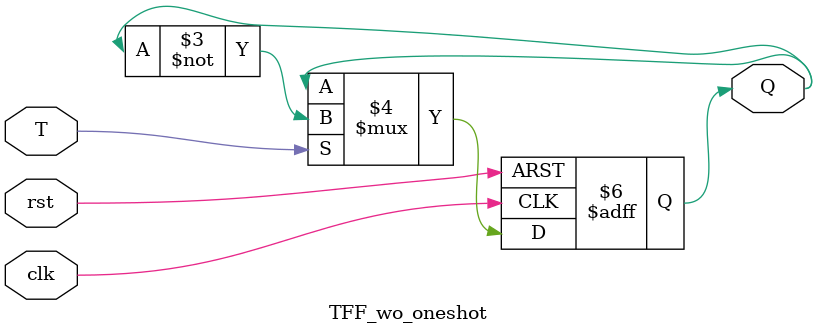
<source format=v>
module TFF_wo_oneshot(clk, rst, T, Q);
input clk, rst;
input T;
output reg Q;

always @(posedge clk or negedge rst)
begin
    if(!rst)
        Q <= 0;
    else if(T)
        Q <= ~Q;
end
endmodule

</source>
